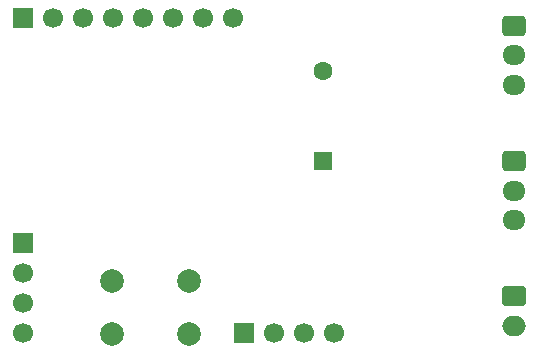
<source format=gbs>
%TF.GenerationSoftware,KiCad,Pcbnew,9.0.6*%
%TF.CreationDate,2025-11-13T00:04:27-05:00*%
%TF.ProjectId,mask-board,6d61736b-2d62-46f6-9172-642e6b696361,rev?*%
%TF.SameCoordinates,Original*%
%TF.FileFunction,Soldermask,Bot*%
%TF.FilePolarity,Negative*%
%FSLAX46Y46*%
G04 Gerber Fmt 4.6, Leading zero omitted, Abs format (unit mm)*
G04 Created by KiCad (PCBNEW 9.0.6) date 2025-11-13 00:04:27*
%MOMM*%
%LPD*%
G01*
G04 APERTURE LIST*
G04 Aperture macros list*
%AMRoundRect*
0 Rectangle with rounded corners*
0 $1 Rounding radius*
0 $2 $3 $4 $5 $6 $7 $8 $9 X,Y pos of 4 corners*
0 Add a 4 corners polygon primitive as box body*
4,1,4,$2,$3,$4,$5,$6,$7,$8,$9,$2,$3,0*
0 Add four circle primitives for the rounded corners*
1,1,$1+$1,$2,$3*
1,1,$1+$1,$4,$5*
1,1,$1+$1,$6,$7*
1,1,$1+$1,$8,$9*
0 Add four rect primitives between the rounded corners*
20,1,$1+$1,$2,$3,$4,$5,0*
20,1,$1+$1,$4,$5,$6,$7,0*
20,1,$1+$1,$6,$7,$8,$9,0*
20,1,$1+$1,$8,$9,$2,$3,0*%
G04 Aperture macros list end*
%ADD10RoundRect,0.250000X0.725000X-0.600000X0.725000X0.600000X-0.725000X0.600000X-0.725000X-0.600000X0*%
%ADD11O,1.950000X1.700000*%
%ADD12R,1.700000X1.700000*%
%ADD13C,1.700000*%
%ADD14RoundRect,0.250000X0.750000X-0.600000X0.750000X0.600000X-0.750000X0.600000X-0.750000X-0.600000X0*%
%ADD15O,2.000000X1.700000*%
%ADD16R,1.600000X1.600000*%
%ADD17C,1.600000*%
%ADD18C,2.000000*%
G04 APERTURE END LIST*
D10*
%TO.C,M1*%
X164782500Y-79375000D03*
D11*
X164782500Y-81875000D03*
X164782500Y-84375000D03*
%TD*%
D12*
%TO.C,J2*%
X141922500Y-105410000D03*
D13*
X144462500Y-105410000D03*
X147002500Y-105410000D03*
X149542500Y-105410000D03*
%TD*%
D10*
%TO.C,M2*%
X164782500Y-90845000D03*
D11*
X164782500Y-93345000D03*
X164782500Y-95845000D03*
%TD*%
D14*
%TO.C,M3*%
X164782500Y-102275000D03*
D15*
X164782500Y-104775000D03*
%TD*%
D16*
%TO.C,BZ1*%
X148590000Y-90805000D03*
D17*
X148590000Y-83205000D03*
%TD*%
D18*
%TO.C,SW1*%
X137235000Y-105465000D03*
X130735000Y-105465000D03*
X137235000Y-100965000D03*
X130735000Y-100965000D03*
%TD*%
D12*
%TO.C,J1*%
X123190000Y-97790000D03*
D13*
X123190000Y-100330000D03*
X123190000Y-102870000D03*
X123190000Y-105410000D03*
%TD*%
D12*
%TO.C,A1*%
X123190000Y-78740000D03*
D13*
X125730000Y-78740000D03*
X128270000Y-78740000D03*
X130810000Y-78740000D03*
X133350000Y-78740000D03*
X135890000Y-78740000D03*
X138430000Y-78740000D03*
X140970000Y-78740000D03*
%TD*%
M02*

</source>
